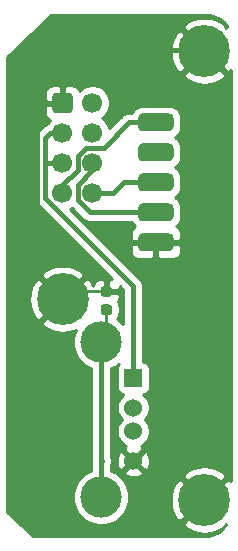
<source format=gtl>
%TF.GenerationSoftware,KiCad,Pcbnew,(5.1.8)-1*%
%TF.CreationDate,2021-04-24T14:29:12+03:00*%
%TF.ProjectId,lcd_pcb,6c63645f-7063-4622-9e6b-696361645f70,rev?*%
%TF.SameCoordinates,Original*%
%TF.FileFunction,Copper,L1,Top*%
%TF.FilePolarity,Positive*%
%FSLAX46Y46*%
G04 Gerber Fmt 4.6, Leading zero omitted, Abs format (unit mm)*
G04 Created by KiCad (PCBNEW (5.1.8)-1) date 2021-04-24 14:29:12*
%MOMM*%
%LPD*%
G01*
G04 APERTURE LIST*
%TA.AperFunction,ComponentPad*%
%ADD10C,1.700000*%
%TD*%
%TA.AperFunction,ComponentPad*%
%ADD11C,0.700000*%
%TD*%
%TA.AperFunction,ComponentPad*%
%ADD12C,4.400000*%
%TD*%
%TA.AperFunction,ComponentPad*%
%ADD13C,3.500000*%
%TD*%
%TA.AperFunction,ComponentPad*%
%ADD14R,1.524000X1.524000*%
%TD*%
%TA.AperFunction,ComponentPad*%
%ADD15C,1.524000*%
%TD*%
%TA.AperFunction,ViaPad*%
%ADD16C,0.800000*%
%TD*%
%TA.AperFunction,Conductor*%
%ADD17C,0.400000*%
%TD*%
%TA.AperFunction,Conductor*%
%ADD18C,0.250000*%
%TD*%
%TA.AperFunction,Conductor*%
%ADD19C,0.254000*%
%TD*%
%TA.AperFunction,Conductor*%
%ADD20C,0.100000*%
%TD*%
G04 APERTURE END LIST*
%TO.P,C1,2*%
%TO.N,GND*%
%TA.AperFunction,SMDPad,CuDef*%
G36*
G01*
X25269000Y-40505500D02*
X24769000Y-40505500D01*
G75*
G02*
X24544000Y-40280500I0J225000D01*
G01*
X24544000Y-39830500D01*
G75*
G02*
X24769000Y-39605500I225000J0D01*
G01*
X25269000Y-39605500D01*
G75*
G02*
X25494000Y-39830500I0J-225000D01*
G01*
X25494000Y-40280500D01*
G75*
G02*
X25269000Y-40505500I-225000J0D01*
G01*
G37*
%TD.AperFunction*%
%TO.P,C1,1*%
%TO.N,Net-(C1-Pad1)*%
%TA.AperFunction,SMDPad,CuDef*%
G36*
G01*
X25269000Y-42055500D02*
X24769000Y-42055500D01*
G75*
G02*
X24544000Y-41830500I0J225000D01*
G01*
X24544000Y-41380500D01*
G75*
G02*
X24769000Y-41155500I225000J0D01*
G01*
X25269000Y-41155500D01*
G75*
G02*
X25494000Y-41380500I0J-225000D01*
G01*
X25494000Y-41830500D01*
G75*
G02*
X25269000Y-42055500I-225000J0D01*
G01*
G37*
%TD.AperFunction*%
%TD*%
%TO.P,J4,1*%
%TO.N,GND*%
%TA.AperFunction,ComponentPad*%
G36*
G01*
X20446000Y-24698000D02*
X20446000Y-23498000D01*
G75*
G02*
X20696000Y-23248000I250000J0D01*
G01*
X21896000Y-23248000D01*
G75*
G02*
X22146000Y-23498000I0J-250000D01*
G01*
X22146000Y-24698000D01*
G75*
G02*
X21896000Y-24948000I-250000J0D01*
G01*
X20696000Y-24948000D01*
G75*
G02*
X20446000Y-24698000I0J250000D01*
G01*
G37*
%TD.AperFunction*%
D10*
%TO.P,J4,3*%
%TO.N,Net-(J1-Pad1)*%
X21296000Y-26638000D03*
%TO.P,J4,5*%
X21296000Y-29178000D03*
%TO.P,J4,7*%
%TO.N,/Res*%
X21296000Y-31718000D03*
%TO.P,J4,2*%
%TO.N,/DP*%
X23836000Y-24098000D03*
%TO.P,J4,4*%
%TO.N,/DM*%
X23836000Y-26638000D03*
%TO.P,J4,6*%
%TO.N,/RX*%
X23836000Y-29178000D03*
%TO.P,J4,8*%
%TO.N,/TX*%
X23836000Y-31718000D03*
%TD*%
%TO.P,J3,5*%
%TO.N,GND*%
%TA.AperFunction,ComponentPad*%
G36*
G01*
X27700000Y-36281000D02*
X27700000Y-35519000D01*
G75*
G02*
X28081000Y-35138000I381000J0D01*
G01*
X30319000Y-35138000D01*
G75*
G02*
X30700000Y-35519000I0J-381000D01*
G01*
X30700000Y-36281000D01*
G75*
G02*
X30319000Y-36662000I-381000J0D01*
G01*
X28081000Y-36662000D01*
G75*
G02*
X27700000Y-36281000I0J381000D01*
G01*
G37*
%TD.AperFunction*%
%TO.P,J3,4*%
%TO.N,/RX*%
%TA.AperFunction,ComponentPad*%
G36*
G01*
X27700000Y-33741000D02*
X27700000Y-32979000D01*
G75*
G02*
X28081000Y-32598000I381000J0D01*
G01*
X30319000Y-32598000D01*
G75*
G02*
X30700000Y-32979000I0J-381000D01*
G01*
X30700000Y-33741000D01*
G75*
G02*
X30319000Y-34122000I-381000J0D01*
G01*
X28081000Y-34122000D01*
G75*
G02*
X27700000Y-33741000I0J381000D01*
G01*
G37*
%TD.AperFunction*%
%TO.P,J3,3*%
%TO.N,/TX*%
%TA.AperFunction,ComponentPad*%
G36*
G01*
X27700000Y-31201000D02*
X27700000Y-30439000D01*
G75*
G02*
X28081000Y-30058000I381000J0D01*
G01*
X30319000Y-30058000D01*
G75*
G02*
X30700000Y-30439000I0J-381000D01*
G01*
X30700000Y-31201000D01*
G75*
G02*
X30319000Y-31582000I-381000J0D01*
G01*
X28081000Y-31582000D01*
G75*
G02*
X27700000Y-31201000I0J381000D01*
G01*
G37*
%TD.AperFunction*%
%TO.P,J3,2*%
%TO.N,Net-(J1-Pad1)*%
%TA.AperFunction,ComponentPad*%
G36*
G01*
X27700000Y-28661000D02*
X27700000Y-27899000D01*
G75*
G02*
X28081000Y-27518000I381000J0D01*
G01*
X30319000Y-27518000D01*
G75*
G02*
X30700000Y-27899000I0J-381000D01*
G01*
X30700000Y-28661000D01*
G75*
G02*
X30319000Y-29042000I-381000J0D01*
G01*
X28081000Y-29042000D01*
G75*
G02*
X27700000Y-28661000I0J381000D01*
G01*
G37*
%TD.AperFunction*%
%TO.P,J3,1*%
%TO.N,/Res*%
%TA.AperFunction,ComponentPad*%
G36*
G01*
X27700000Y-26121000D02*
X27700000Y-25359000D01*
G75*
G02*
X28081000Y-24978000I381000J0D01*
G01*
X30319000Y-24978000D01*
G75*
G02*
X30700000Y-25359000I0J-381000D01*
G01*
X30700000Y-26121000D01*
G75*
G02*
X30319000Y-26502000I-381000J0D01*
G01*
X28081000Y-26502000D01*
G75*
G02*
X27700000Y-26121000I0J381000D01*
G01*
G37*
%TD.AperFunction*%
%TD*%
D11*
%TO.P,J6,1*%
%TO.N,GND*%
X22472725Y-39551274D03*
X21305999Y-39068000D03*
X20139273Y-39551274D03*
X19655999Y-40718000D03*
X20139273Y-41884726D03*
X21305999Y-42368000D03*
X22472725Y-41884726D03*
X22955999Y-40718000D03*
D12*
X21305999Y-40718000D03*
%TD*%
D11*
%TO.P,J5,1*%
%TO.N,GND*%
X34472725Y-56551274D03*
X33305999Y-56068000D03*
X32139273Y-56551274D03*
X31655999Y-57718000D03*
X32139273Y-58884726D03*
X33305999Y-59368000D03*
X34472725Y-58884726D03*
X34955999Y-57718000D03*
D12*
X33305999Y-57718000D03*
%TD*%
D11*
%TO.P,J2,1*%
%TO.N,GND*%
X34472725Y-18551274D03*
X33305999Y-18068000D03*
X32139273Y-18551274D03*
X31655999Y-19718000D03*
X32139273Y-20884726D03*
X33305999Y-21368000D03*
X34472725Y-20884726D03*
X34955999Y-19718000D03*
D12*
X33305999Y-19718000D03*
%TD*%
D13*
%TO.P,J1,5*%
%TO.N,Net-(C1-Pad1)*%
X24586000Y-57458000D03*
X24586000Y-44318000D03*
D14*
%TO.P,J1,1*%
%TO.N,Net-(J1-Pad1)*%
X27296000Y-47388000D03*
D15*
%TO.P,J1,2*%
%TO.N,/DM*%
X27296000Y-49888000D03*
%TO.P,J1,3*%
%TO.N,/DP*%
X27296000Y-51888000D03*
%TO.P,J1,4*%
%TO.N,GND*%
X27296000Y-54388000D03*
%TD*%
D16*
%TO.N,GND*%
X24162000Y-34868000D03*
X34576000Y-23438000D03*
X31020000Y-23438000D03*
X28480000Y-21152000D03*
X25686000Y-18866000D03*
X18320000Y-50616000D03*
X23146000Y-50616000D03*
X19844000Y-58236000D03*
X28988000Y-59760000D03*
X33306000Y-53156000D03*
X33306000Y-47568000D03*
X33560000Y-41726000D03*
X21622000Y-19628000D03*
X32400000Y-26900000D03*
X32400000Y-29500000D03*
X32400000Y-32000000D03*
X32400000Y-34500000D03*
X32400000Y-37400000D03*
X17300000Y-36400000D03*
X17400000Y-29600000D03*
X17300000Y-21900000D03*
%TD*%
D17*
%TO.N,GND*%
X21305999Y-41037999D02*
X21305999Y-40718000D01*
X21305999Y-40718000D02*
X19106000Y-38518001D01*
X19106000Y-22144000D02*
X21622000Y-19628000D01*
X31720021Y-19628000D02*
X31717137Y-19631461D01*
X21622000Y-19628000D02*
X31720021Y-19628000D01*
X19106000Y-23970000D02*
X19106000Y-22144000D01*
X19106000Y-38518001D02*
X19106000Y-23970000D01*
%TO.N,Net-(C1-Pad1)*%
X24586000Y-54596000D02*
X24586000Y-44318000D01*
X24586000Y-57458000D02*
X24586000Y-54596000D01*
X24586000Y-54342000D02*
X24586000Y-54596000D01*
X24632000Y-54388000D02*
X24586000Y-54342000D01*
%TO.N,GND*%
X33045999Y-57458000D02*
X33305999Y-57718000D01*
X21622000Y-19628000D02*
X21622000Y-19628000D01*
X19234000Y-24098000D02*
X19106000Y-23970000D01*
X21296000Y-24098000D02*
X19234000Y-24098000D01*
D18*
X21968499Y-40055500D02*
X21305999Y-40718000D01*
X24574500Y-40055500D02*
X21968499Y-40055500D01*
D17*
%TO.N,Net-(J1-Pad1)*%
X21470000Y-29178000D02*
X21368000Y-29280000D01*
X19800000Y-29178000D02*
X21296000Y-29178000D01*
X19800000Y-29178000D02*
X19800000Y-27100000D01*
X20262000Y-26638000D02*
X21296000Y-26638000D01*
X19800000Y-27100000D02*
X20262000Y-26638000D01*
X27296000Y-39615000D02*
X19800000Y-32119000D01*
X19800000Y-32119000D02*
X19800000Y-29178000D01*
X27296000Y-47388000D02*
X27296000Y-39615000D01*
%TO.N,/RX*%
X23836000Y-29764000D02*
X23836000Y-29178000D01*
X22585999Y-31014001D02*
X23836000Y-29764000D01*
X22585999Y-32318001D02*
X22585999Y-31014001D01*
X23611998Y-33344000D02*
X22585999Y-32318001D01*
X29200000Y-33360000D02*
X23611998Y-33344000D01*
%TO.N,/TX*%
X25582000Y-31718000D02*
X23836000Y-31718000D01*
X26480000Y-30820000D02*
X25582000Y-31718000D01*
X29200000Y-30820000D02*
X26480000Y-30820000D01*
%TO.N,/Res*%
X26960000Y-25740000D02*
X29200000Y-25740000D01*
X23275997Y-27888001D02*
X24811999Y-27888001D01*
X22585999Y-28577999D02*
X23275997Y-27888001D01*
X24811999Y-27888001D02*
X26960000Y-25740000D01*
X22585999Y-29738003D02*
X22585999Y-28577999D01*
X21296000Y-31028002D02*
X22585999Y-29738003D01*
X21296000Y-31718000D02*
X21296000Y-31028002D01*
D18*
%TO.N,Net-(C1-Pad1)*%
X25019000Y-43885000D02*
X24586000Y-44318000D01*
X25019000Y-41605500D02*
X25019000Y-43885000D01*
%TD*%
D19*
%TO.N,GND*%
X33824708Y-16655047D02*
X34233249Y-16778393D01*
X34610044Y-16978738D01*
X34940749Y-17248456D01*
X35212769Y-17577272D01*
X35235927Y-17620102D01*
X35230108Y-17614283D01*
X35116168Y-17728223D01*
X34876023Y-17340982D01*
X34382122Y-17080359D01*
X33846866Y-16921099D01*
X33290825Y-16869322D01*
X32735367Y-16927019D01*
X32201838Y-17091972D01*
X31735975Y-17340982D01*
X31495829Y-17728225D01*
X32108027Y-18340423D01*
X31928422Y-18520028D01*
X31316224Y-17907830D01*
X30928981Y-18147976D01*
X30668358Y-18641877D01*
X30509098Y-19177133D01*
X30457321Y-19733174D01*
X30515018Y-20288632D01*
X30679971Y-20822161D01*
X30928981Y-21288024D01*
X31316224Y-21528170D01*
X31928422Y-20915972D01*
X32108027Y-21095577D01*
X31495829Y-21707775D01*
X31735975Y-22095018D01*
X32229876Y-22355641D01*
X32765132Y-22514901D01*
X33321173Y-22566678D01*
X33876631Y-22508981D01*
X34410160Y-22344028D01*
X34876023Y-22095018D01*
X35116169Y-21707775D01*
X34503971Y-21095577D01*
X34683576Y-20915972D01*
X35295774Y-21528170D01*
X35590001Y-21345707D01*
X35590000Y-56090292D01*
X35295774Y-55907830D01*
X33485604Y-57718000D01*
X33499747Y-57732143D01*
X33320142Y-57911748D01*
X33305999Y-57897605D01*
X31495829Y-59707775D01*
X31735975Y-60095018D01*
X32229876Y-60355641D01*
X32765132Y-60514901D01*
X33321173Y-60566678D01*
X33876631Y-60508981D01*
X34410160Y-60344028D01*
X34876023Y-60095018D01*
X35116168Y-59707777D01*
X35161463Y-59753072D01*
X34893459Y-60081676D01*
X34534564Y-60378579D01*
X34124845Y-60600113D01*
X33679894Y-60737849D01*
X33183705Y-60790000D01*
X18784958Y-60790000D01*
X16615999Y-58714691D01*
X16615999Y-40733174D01*
X18457321Y-40733174D01*
X18515018Y-41288632D01*
X18679971Y-41822161D01*
X18928981Y-42288024D01*
X19316224Y-42528170D01*
X21126394Y-40718000D01*
X19316224Y-38907830D01*
X18928981Y-39147976D01*
X18668358Y-39641877D01*
X18509098Y-40177133D01*
X18457321Y-40733174D01*
X16615999Y-40733174D01*
X16615999Y-38728225D01*
X19495829Y-38728225D01*
X21305999Y-40538395D01*
X23116169Y-38728225D01*
X22876023Y-38340982D01*
X22382122Y-38080359D01*
X21846866Y-37921099D01*
X21290825Y-37869322D01*
X20735367Y-37927019D01*
X20201838Y-38091972D01*
X19735975Y-38340982D01*
X19495829Y-38728225D01*
X16615999Y-38728225D01*
X16615999Y-27100000D01*
X18960960Y-27100000D01*
X18965001Y-27141028D01*
X18965000Y-29136981D01*
X18960960Y-29178000D01*
X18965001Y-29219029D01*
X18965000Y-32077981D01*
X18960960Y-32119000D01*
X18965000Y-32160018D01*
X18977082Y-32282688D01*
X19024828Y-32440086D01*
X19102364Y-32585145D01*
X19206709Y-32712291D01*
X19238579Y-32738446D01*
X25467982Y-38967850D01*
X25304750Y-38970500D01*
X25146000Y-39129250D01*
X25146000Y-39928500D01*
X25970250Y-39928500D01*
X26129000Y-39769750D01*
X26131587Y-39631455D01*
X26461001Y-39960870D01*
X26461001Y-42831251D01*
X26438550Y-42797651D01*
X26106349Y-42465450D01*
X25946627Y-42358727D01*
X25986618Y-42309997D01*
X26066375Y-42160783D01*
X26115488Y-41998877D01*
X26132072Y-41830500D01*
X26132072Y-41380500D01*
X26115488Y-41212123D01*
X26066375Y-41050217D01*
X25988300Y-40904149D01*
X26024537Y-40859994D01*
X26083502Y-40749680D01*
X26119812Y-40629982D01*
X26132072Y-40505500D01*
X26129000Y-40341250D01*
X25970250Y-40182500D01*
X25146000Y-40182500D01*
X25146000Y-40202500D01*
X24892000Y-40202500D01*
X24892000Y-40182500D01*
X24872000Y-40182500D01*
X24872000Y-39928500D01*
X24892000Y-39928500D01*
X24892000Y-39129250D01*
X24733250Y-38970500D01*
X24544000Y-38967428D01*
X24419518Y-38979688D01*
X24299820Y-39015998D01*
X24189506Y-39074963D01*
X24092815Y-39154315D01*
X24013463Y-39251006D01*
X23954498Y-39361320D01*
X23918188Y-39481018D01*
X23909295Y-39571311D01*
X23683017Y-39147976D01*
X23295774Y-38907830D01*
X21485604Y-40718000D01*
X21499747Y-40732143D01*
X21320142Y-40911748D01*
X21305999Y-40897605D01*
X19495829Y-42707775D01*
X19735975Y-43095018D01*
X20229876Y-43355641D01*
X20765132Y-43514901D01*
X21321173Y-43566678D01*
X21876631Y-43508981D01*
X22407599Y-43344820D01*
X22292654Y-43622321D01*
X22201000Y-44083098D01*
X22201000Y-44552902D01*
X22292654Y-45013679D01*
X22472440Y-45447721D01*
X22733450Y-45838349D01*
X23065651Y-46170550D01*
X23456279Y-46431560D01*
X23751001Y-46553638D01*
X23751000Y-54300981D01*
X23746960Y-54342000D01*
X23751000Y-54383018D01*
X23751000Y-54637019D01*
X23751001Y-54637029D01*
X23751001Y-55222362D01*
X23456279Y-55344440D01*
X23065651Y-55605450D01*
X22733450Y-55937651D01*
X22472440Y-56328279D01*
X22292654Y-56762321D01*
X22201000Y-57223098D01*
X22201000Y-57692902D01*
X22292654Y-58153679D01*
X22472440Y-58587721D01*
X22733450Y-58978349D01*
X23065651Y-59310550D01*
X23456279Y-59571560D01*
X23890321Y-59751346D01*
X24351098Y-59843000D01*
X24820902Y-59843000D01*
X25281679Y-59751346D01*
X25715721Y-59571560D01*
X26106349Y-59310550D01*
X26438550Y-58978349D01*
X26699560Y-58587721D01*
X26879346Y-58153679D01*
X26962989Y-57733174D01*
X30457321Y-57733174D01*
X30515018Y-58288632D01*
X30679971Y-58822161D01*
X30928981Y-59288024D01*
X31316224Y-59528170D01*
X33126394Y-57718000D01*
X31316224Y-55907830D01*
X30928981Y-56147976D01*
X30668358Y-56641877D01*
X30509098Y-57177133D01*
X30457321Y-57733174D01*
X26962989Y-57733174D01*
X26971000Y-57692902D01*
X26971000Y-57223098D01*
X26879346Y-56762321D01*
X26699560Y-56328279D01*
X26438550Y-55937651D01*
X26106349Y-55605450D01*
X25729378Y-55353565D01*
X26510040Y-55353565D01*
X26577020Y-55593656D01*
X26826048Y-55710756D01*
X27093135Y-55777023D01*
X27368017Y-55789910D01*
X27640133Y-55748922D01*
X27697571Y-55728225D01*
X31495829Y-55728225D01*
X33305999Y-57538395D01*
X35116169Y-55728225D01*
X34876023Y-55340982D01*
X34382122Y-55080359D01*
X33846866Y-54921099D01*
X33290825Y-54869322D01*
X32735367Y-54927019D01*
X32201838Y-55091972D01*
X31735975Y-55340982D01*
X31495829Y-55728225D01*
X27697571Y-55728225D01*
X27899023Y-55655636D01*
X28014980Y-55593656D01*
X28081960Y-55353565D01*
X27296000Y-54567605D01*
X26510040Y-55353565D01*
X25729378Y-55353565D01*
X25715721Y-55344440D01*
X25421000Y-55222363D01*
X25421000Y-54663501D01*
X25454918Y-54551688D01*
X25463946Y-54460017D01*
X25894090Y-54460017D01*
X25935078Y-54732133D01*
X26028364Y-54991023D01*
X26090344Y-55106980D01*
X26330435Y-55173960D01*
X27116395Y-54388000D01*
X27475605Y-54388000D01*
X28261565Y-55173960D01*
X28501656Y-55106980D01*
X28618756Y-54857952D01*
X28685023Y-54590865D01*
X28697910Y-54315983D01*
X28656922Y-54043867D01*
X28563636Y-53784977D01*
X28501656Y-53669020D01*
X28261565Y-53602040D01*
X27475605Y-54388000D01*
X27116395Y-54388000D01*
X26330435Y-53602040D01*
X26090344Y-53669020D01*
X25973244Y-53918048D01*
X25906977Y-54185135D01*
X25894090Y-54460017D01*
X25463946Y-54460017D01*
X25471040Y-54388000D01*
X25454918Y-54224312D01*
X25421000Y-54112499D01*
X25421000Y-46553637D01*
X25715721Y-46431560D01*
X26061991Y-46200189D01*
X26003463Y-46271506D01*
X25944498Y-46381820D01*
X25908188Y-46501518D01*
X25895928Y-46626000D01*
X25895928Y-48150000D01*
X25908188Y-48274482D01*
X25944498Y-48394180D01*
X26003463Y-48504494D01*
X26082815Y-48601185D01*
X26179506Y-48680537D01*
X26289820Y-48739502D01*
X26409518Y-48775812D01*
X26441292Y-48778941D01*
X26405465Y-48802880D01*
X26210880Y-48997465D01*
X26057995Y-49226273D01*
X25952686Y-49480510D01*
X25899000Y-49750408D01*
X25899000Y-50025592D01*
X25952686Y-50295490D01*
X26057995Y-50549727D01*
X26210880Y-50778535D01*
X26320345Y-50888000D01*
X26210880Y-50997465D01*
X26057995Y-51226273D01*
X25952686Y-51480510D01*
X25899000Y-51750408D01*
X25899000Y-52025592D01*
X25952686Y-52295490D01*
X26057995Y-52549727D01*
X26210880Y-52778535D01*
X26405465Y-52973120D01*
X26634273Y-53126005D01*
X26661401Y-53137242D01*
X26577020Y-53182344D01*
X26510040Y-53422435D01*
X27296000Y-54208395D01*
X28081960Y-53422435D01*
X28014980Y-53182344D01*
X27924467Y-53139782D01*
X27957727Y-53126005D01*
X28186535Y-52973120D01*
X28381120Y-52778535D01*
X28534005Y-52549727D01*
X28639314Y-52295490D01*
X28693000Y-52025592D01*
X28693000Y-51750408D01*
X28639314Y-51480510D01*
X28534005Y-51226273D01*
X28381120Y-50997465D01*
X28271655Y-50888000D01*
X28381120Y-50778535D01*
X28534005Y-50549727D01*
X28639314Y-50295490D01*
X28693000Y-50025592D01*
X28693000Y-49750408D01*
X28639314Y-49480510D01*
X28534005Y-49226273D01*
X28381120Y-48997465D01*
X28186535Y-48802880D01*
X28150708Y-48778941D01*
X28182482Y-48775812D01*
X28302180Y-48739502D01*
X28412494Y-48680537D01*
X28509185Y-48601185D01*
X28588537Y-48504494D01*
X28647502Y-48394180D01*
X28683812Y-48274482D01*
X28696072Y-48150000D01*
X28696072Y-46626000D01*
X28683812Y-46501518D01*
X28647502Y-46381820D01*
X28588537Y-46271506D01*
X28509185Y-46174815D01*
X28412494Y-46095463D01*
X28302180Y-46036498D01*
X28182482Y-46000188D01*
X28131000Y-45995118D01*
X28131000Y-39656018D01*
X28135040Y-39615000D01*
X28118918Y-39451311D01*
X28071172Y-39293913D01*
X27993636Y-39148854D01*
X27915439Y-39053570D01*
X27915437Y-39053568D01*
X27889291Y-39021709D01*
X27857432Y-38995563D01*
X25523869Y-36662000D01*
X27061928Y-36662000D01*
X27074188Y-36786482D01*
X27110498Y-36906180D01*
X27169463Y-37016494D01*
X27248815Y-37113185D01*
X27345506Y-37192537D01*
X27455820Y-37251502D01*
X27575518Y-37287812D01*
X27700000Y-37300072D01*
X28914250Y-37297000D01*
X29073000Y-37138250D01*
X29073000Y-36027000D01*
X29327000Y-36027000D01*
X29327000Y-37138250D01*
X29485750Y-37297000D01*
X30700000Y-37300072D01*
X30824482Y-37287812D01*
X30944180Y-37251502D01*
X31054494Y-37192537D01*
X31151185Y-37113185D01*
X31230537Y-37016494D01*
X31289502Y-36906180D01*
X31325812Y-36786482D01*
X31338072Y-36662000D01*
X31335000Y-36185750D01*
X31176250Y-36027000D01*
X29327000Y-36027000D01*
X29073000Y-36027000D01*
X27223750Y-36027000D01*
X27065000Y-36185750D01*
X27061928Y-36662000D01*
X25523869Y-36662000D01*
X21926187Y-33064320D01*
X21999411Y-33033990D01*
X22072371Y-32985240D01*
X22991719Y-33904590D01*
X23017011Y-33935589D01*
X23049712Y-33962583D01*
X23050568Y-33963439D01*
X23081623Y-33988925D01*
X23143857Y-34040298D01*
X23144916Y-34040868D01*
X23145852Y-34041636D01*
X23217508Y-34079937D01*
X23288693Y-34118249D01*
X23289844Y-34118602D01*
X23290911Y-34119172D01*
X23368683Y-34142764D01*
X23445954Y-34166445D01*
X23447151Y-34166566D01*
X23448310Y-34166918D01*
X23529097Y-34174875D01*
X23568589Y-34178879D01*
X23569786Y-34178882D01*
X23611998Y-34183040D01*
X23651825Y-34179117D01*
X27170614Y-34189193D01*
X27233673Y-34307166D01*
X27360407Y-34461593D01*
X27463473Y-34546176D01*
X27455820Y-34548498D01*
X27345506Y-34607463D01*
X27248815Y-34686815D01*
X27169463Y-34783506D01*
X27110498Y-34893820D01*
X27074188Y-35013518D01*
X27061928Y-35138000D01*
X27065000Y-35614250D01*
X27223750Y-35773000D01*
X29073000Y-35773000D01*
X29073000Y-35753000D01*
X29327000Y-35753000D01*
X29327000Y-35773000D01*
X31176250Y-35773000D01*
X31335000Y-35614250D01*
X31338072Y-35138000D01*
X31325812Y-35013518D01*
X31289502Y-34893820D01*
X31230537Y-34783506D01*
X31151185Y-34686815D01*
X31054494Y-34607463D01*
X30944180Y-34548498D01*
X30936527Y-34546176D01*
X31039593Y-34461593D01*
X31166327Y-34307166D01*
X31260500Y-34130982D01*
X31318491Y-33939811D01*
X31338072Y-33741000D01*
X31338072Y-32979000D01*
X31318491Y-32780189D01*
X31260500Y-32589018D01*
X31166327Y-32412834D01*
X31039593Y-32258407D01*
X30885166Y-32131673D01*
X30807202Y-32090000D01*
X30885166Y-32048327D01*
X31039593Y-31921593D01*
X31166327Y-31767166D01*
X31260500Y-31590982D01*
X31318491Y-31399811D01*
X31338072Y-31201000D01*
X31338072Y-30439000D01*
X31318491Y-30240189D01*
X31260500Y-30049018D01*
X31166327Y-29872834D01*
X31039593Y-29718407D01*
X30885166Y-29591673D01*
X30807202Y-29550000D01*
X30885166Y-29508327D01*
X31039593Y-29381593D01*
X31166327Y-29227166D01*
X31260500Y-29050982D01*
X31318491Y-28859811D01*
X31338072Y-28661000D01*
X31338072Y-27899000D01*
X31318491Y-27700189D01*
X31260500Y-27509018D01*
X31166327Y-27332834D01*
X31039593Y-27178407D01*
X30885166Y-27051673D01*
X30807202Y-27010000D01*
X30885166Y-26968327D01*
X31039593Y-26841593D01*
X31166327Y-26687166D01*
X31260500Y-26510982D01*
X31318491Y-26319811D01*
X31338072Y-26121000D01*
X31338072Y-25359000D01*
X31318491Y-25160189D01*
X31260500Y-24969018D01*
X31166327Y-24792834D01*
X31039593Y-24638407D01*
X30885166Y-24511673D01*
X30708982Y-24417500D01*
X30517811Y-24359509D01*
X30319000Y-24339928D01*
X28081000Y-24339928D01*
X27882189Y-24359509D01*
X27691018Y-24417500D01*
X27514834Y-24511673D01*
X27360407Y-24638407D01*
X27233673Y-24792834D01*
X27173719Y-24905000D01*
X27001018Y-24905000D01*
X26959999Y-24900960D01*
X26918981Y-24905000D01*
X26796311Y-24917082D01*
X26638913Y-24964828D01*
X26493854Y-25042364D01*
X26366709Y-25146709D01*
X26340559Y-25178573D01*
X25272287Y-26246845D01*
X25263932Y-26204842D01*
X25151990Y-25934589D01*
X24989475Y-25691368D01*
X24782632Y-25484525D01*
X24608240Y-25368000D01*
X24782632Y-25251475D01*
X24989475Y-25044632D01*
X25151990Y-24801411D01*
X25263932Y-24531158D01*
X25321000Y-24244260D01*
X25321000Y-23951740D01*
X25263932Y-23664842D01*
X25151990Y-23394589D01*
X24989475Y-23151368D01*
X24782632Y-22944525D01*
X24539411Y-22782010D01*
X24269158Y-22670068D01*
X23982260Y-22613000D01*
X23689740Y-22613000D01*
X23402842Y-22670068D01*
X23132589Y-22782010D01*
X22889368Y-22944525D01*
X22757513Y-23076380D01*
X22735502Y-23003820D01*
X22676537Y-22893506D01*
X22597185Y-22796815D01*
X22500494Y-22717463D01*
X22390180Y-22658498D01*
X22270482Y-22622188D01*
X22146000Y-22609928D01*
X21581750Y-22613000D01*
X21423000Y-22771750D01*
X21423000Y-23971000D01*
X21443000Y-23971000D01*
X21443000Y-24225000D01*
X21423000Y-24225000D01*
X21423000Y-24245000D01*
X21169000Y-24245000D01*
X21169000Y-24225000D01*
X19969750Y-24225000D01*
X19811000Y-24383750D01*
X19807928Y-24948000D01*
X19820188Y-25072482D01*
X19856498Y-25192180D01*
X19915463Y-25302494D01*
X19994815Y-25399185D01*
X20091506Y-25478537D01*
X20201820Y-25537502D01*
X20274380Y-25559513D01*
X20142525Y-25691368D01*
X20050088Y-25829710D01*
X19940913Y-25862828D01*
X19795854Y-25940364D01*
X19668709Y-26044709D01*
X19642558Y-26076574D01*
X19238574Y-26480559D01*
X19206710Y-26506709D01*
X19180562Y-26538571D01*
X19102364Y-26633855D01*
X19024828Y-26778914D01*
X18977082Y-26936312D01*
X18960960Y-27100000D01*
X16615999Y-27100000D01*
X16615999Y-23248000D01*
X19807928Y-23248000D01*
X19811000Y-23812250D01*
X19969750Y-23971000D01*
X21169000Y-23971000D01*
X21169000Y-22771750D01*
X21010250Y-22613000D01*
X20446000Y-22609928D01*
X20321518Y-22622188D01*
X20201820Y-22658498D01*
X20091506Y-22717463D01*
X19994815Y-22796815D01*
X19915463Y-22893506D01*
X19856498Y-23003820D01*
X19820188Y-23123518D01*
X19807928Y-23248000D01*
X16615999Y-23248000D01*
X16615999Y-20215994D01*
X20290203Y-16610000D01*
X33365280Y-16610000D01*
X33824708Y-16655047D01*
%TA.AperFunction,Conductor*%
D20*
G36*
X33824708Y-16655047D02*
G01*
X34233249Y-16778393D01*
X34610044Y-16978738D01*
X34940749Y-17248456D01*
X35212769Y-17577272D01*
X35235927Y-17620102D01*
X35230108Y-17614283D01*
X35116168Y-17728223D01*
X34876023Y-17340982D01*
X34382122Y-17080359D01*
X33846866Y-16921099D01*
X33290825Y-16869322D01*
X32735367Y-16927019D01*
X32201838Y-17091972D01*
X31735975Y-17340982D01*
X31495829Y-17728225D01*
X32108027Y-18340423D01*
X31928422Y-18520028D01*
X31316224Y-17907830D01*
X30928981Y-18147976D01*
X30668358Y-18641877D01*
X30509098Y-19177133D01*
X30457321Y-19733174D01*
X30515018Y-20288632D01*
X30679971Y-20822161D01*
X30928981Y-21288024D01*
X31316224Y-21528170D01*
X31928422Y-20915972D01*
X32108027Y-21095577D01*
X31495829Y-21707775D01*
X31735975Y-22095018D01*
X32229876Y-22355641D01*
X32765132Y-22514901D01*
X33321173Y-22566678D01*
X33876631Y-22508981D01*
X34410160Y-22344028D01*
X34876023Y-22095018D01*
X35116169Y-21707775D01*
X34503971Y-21095577D01*
X34683576Y-20915972D01*
X35295774Y-21528170D01*
X35590001Y-21345707D01*
X35590000Y-56090292D01*
X35295774Y-55907830D01*
X33485604Y-57718000D01*
X33499747Y-57732143D01*
X33320142Y-57911748D01*
X33305999Y-57897605D01*
X31495829Y-59707775D01*
X31735975Y-60095018D01*
X32229876Y-60355641D01*
X32765132Y-60514901D01*
X33321173Y-60566678D01*
X33876631Y-60508981D01*
X34410160Y-60344028D01*
X34876023Y-60095018D01*
X35116168Y-59707777D01*
X35161463Y-59753072D01*
X34893459Y-60081676D01*
X34534564Y-60378579D01*
X34124845Y-60600113D01*
X33679894Y-60737849D01*
X33183705Y-60790000D01*
X18784958Y-60790000D01*
X16615999Y-58714691D01*
X16615999Y-40733174D01*
X18457321Y-40733174D01*
X18515018Y-41288632D01*
X18679971Y-41822161D01*
X18928981Y-42288024D01*
X19316224Y-42528170D01*
X21126394Y-40718000D01*
X19316224Y-38907830D01*
X18928981Y-39147976D01*
X18668358Y-39641877D01*
X18509098Y-40177133D01*
X18457321Y-40733174D01*
X16615999Y-40733174D01*
X16615999Y-38728225D01*
X19495829Y-38728225D01*
X21305999Y-40538395D01*
X23116169Y-38728225D01*
X22876023Y-38340982D01*
X22382122Y-38080359D01*
X21846866Y-37921099D01*
X21290825Y-37869322D01*
X20735367Y-37927019D01*
X20201838Y-38091972D01*
X19735975Y-38340982D01*
X19495829Y-38728225D01*
X16615999Y-38728225D01*
X16615999Y-27100000D01*
X18960960Y-27100000D01*
X18965001Y-27141028D01*
X18965000Y-29136981D01*
X18960960Y-29178000D01*
X18965001Y-29219029D01*
X18965000Y-32077981D01*
X18960960Y-32119000D01*
X18965000Y-32160018D01*
X18977082Y-32282688D01*
X19024828Y-32440086D01*
X19102364Y-32585145D01*
X19206709Y-32712291D01*
X19238579Y-32738446D01*
X25467982Y-38967850D01*
X25304750Y-38970500D01*
X25146000Y-39129250D01*
X25146000Y-39928500D01*
X25970250Y-39928500D01*
X26129000Y-39769750D01*
X26131587Y-39631455D01*
X26461001Y-39960870D01*
X26461001Y-42831251D01*
X26438550Y-42797651D01*
X26106349Y-42465450D01*
X25946627Y-42358727D01*
X25986618Y-42309997D01*
X26066375Y-42160783D01*
X26115488Y-41998877D01*
X26132072Y-41830500D01*
X26132072Y-41380500D01*
X26115488Y-41212123D01*
X26066375Y-41050217D01*
X25988300Y-40904149D01*
X26024537Y-40859994D01*
X26083502Y-40749680D01*
X26119812Y-40629982D01*
X26132072Y-40505500D01*
X26129000Y-40341250D01*
X25970250Y-40182500D01*
X25146000Y-40182500D01*
X25146000Y-40202500D01*
X24892000Y-40202500D01*
X24892000Y-40182500D01*
X24872000Y-40182500D01*
X24872000Y-39928500D01*
X24892000Y-39928500D01*
X24892000Y-39129250D01*
X24733250Y-38970500D01*
X24544000Y-38967428D01*
X24419518Y-38979688D01*
X24299820Y-39015998D01*
X24189506Y-39074963D01*
X24092815Y-39154315D01*
X24013463Y-39251006D01*
X23954498Y-39361320D01*
X23918188Y-39481018D01*
X23909295Y-39571311D01*
X23683017Y-39147976D01*
X23295774Y-38907830D01*
X21485604Y-40718000D01*
X21499747Y-40732143D01*
X21320142Y-40911748D01*
X21305999Y-40897605D01*
X19495829Y-42707775D01*
X19735975Y-43095018D01*
X20229876Y-43355641D01*
X20765132Y-43514901D01*
X21321173Y-43566678D01*
X21876631Y-43508981D01*
X22407599Y-43344820D01*
X22292654Y-43622321D01*
X22201000Y-44083098D01*
X22201000Y-44552902D01*
X22292654Y-45013679D01*
X22472440Y-45447721D01*
X22733450Y-45838349D01*
X23065651Y-46170550D01*
X23456279Y-46431560D01*
X23751001Y-46553638D01*
X23751000Y-54300981D01*
X23746960Y-54342000D01*
X23751000Y-54383018D01*
X23751000Y-54637019D01*
X23751001Y-54637029D01*
X23751001Y-55222362D01*
X23456279Y-55344440D01*
X23065651Y-55605450D01*
X22733450Y-55937651D01*
X22472440Y-56328279D01*
X22292654Y-56762321D01*
X22201000Y-57223098D01*
X22201000Y-57692902D01*
X22292654Y-58153679D01*
X22472440Y-58587721D01*
X22733450Y-58978349D01*
X23065651Y-59310550D01*
X23456279Y-59571560D01*
X23890321Y-59751346D01*
X24351098Y-59843000D01*
X24820902Y-59843000D01*
X25281679Y-59751346D01*
X25715721Y-59571560D01*
X26106349Y-59310550D01*
X26438550Y-58978349D01*
X26699560Y-58587721D01*
X26879346Y-58153679D01*
X26962989Y-57733174D01*
X30457321Y-57733174D01*
X30515018Y-58288632D01*
X30679971Y-58822161D01*
X30928981Y-59288024D01*
X31316224Y-59528170D01*
X33126394Y-57718000D01*
X31316224Y-55907830D01*
X30928981Y-56147976D01*
X30668358Y-56641877D01*
X30509098Y-57177133D01*
X30457321Y-57733174D01*
X26962989Y-57733174D01*
X26971000Y-57692902D01*
X26971000Y-57223098D01*
X26879346Y-56762321D01*
X26699560Y-56328279D01*
X26438550Y-55937651D01*
X26106349Y-55605450D01*
X25729378Y-55353565D01*
X26510040Y-55353565D01*
X26577020Y-55593656D01*
X26826048Y-55710756D01*
X27093135Y-55777023D01*
X27368017Y-55789910D01*
X27640133Y-55748922D01*
X27697571Y-55728225D01*
X31495829Y-55728225D01*
X33305999Y-57538395D01*
X35116169Y-55728225D01*
X34876023Y-55340982D01*
X34382122Y-55080359D01*
X33846866Y-54921099D01*
X33290825Y-54869322D01*
X32735367Y-54927019D01*
X32201838Y-55091972D01*
X31735975Y-55340982D01*
X31495829Y-55728225D01*
X27697571Y-55728225D01*
X27899023Y-55655636D01*
X28014980Y-55593656D01*
X28081960Y-55353565D01*
X27296000Y-54567605D01*
X26510040Y-55353565D01*
X25729378Y-55353565D01*
X25715721Y-55344440D01*
X25421000Y-55222363D01*
X25421000Y-54663501D01*
X25454918Y-54551688D01*
X25463946Y-54460017D01*
X25894090Y-54460017D01*
X25935078Y-54732133D01*
X26028364Y-54991023D01*
X26090344Y-55106980D01*
X26330435Y-55173960D01*
X27116395Y-54388000D01*
X27475605Y-54388000D01*
X28261565Y-55173960D01*
X28501656Y-55106980D01*
X28618756Y-54857952D01*
X28685023Y-54590865D01*
X28697910Y-54315983D01*
X28656922Y-54043867D01*
X28563636Y-53784977D01*
X28501656Y-53669020D01*
X28261565Y-53602040D01*
X27475605Y-54388000D01*
X27116395Y-54388000D01*
X26330435Y-53602040D01*
X26090344Y-53669020D01*
X25973244Y-53918048D01*
X25906977Y-54185135D01*
X25894090Y-54460017D01*
X25463946Y-54460017D01*
X25471040Y-54388000D01*
X25454918Y-54224312D01*
X25421000Y-54112499D01*
X25421000Y-46553637D01*
X25715721Y-46431560D01*
X26061991Y-46200189D01*
X26003463Y-46271506D01*
X25944498Y-46381820D01*
X25908188Y-46501518D01*
X25895928Y-46626000D01*
X25895928Y-48150000D01*
X25908188Y-48274482D01*
X25944498Y-48394180D01*
X26003463Y-48504494D01*
X26082815Y-48601185D01*
X26179506Y-48680537D01*
X26289820Y-48739502D01*
X26409518Y-48775812D01*
X26441292Y-48778941D01*
X26405465Y-48802880D01*
X26210880Y-48997465D01*
X26057995Y-49226273D01*
X25952686Y-49480510D01*
X25899000Y-49750408D01*
X25899000Y-50025592D01*
X25952686Y-50295490D01*
X26057995Y-50549727D01*
X26210880Y-50778535D01*
X26320345Y-50888000D01*
X26210880Y-50997465D01*
X26057995Y-51226273D01*
X25952686Y-51480510D01*
X25899000Y-51750408D01*
X25899000Y-52025592D01*
X25952686Y-52295490D01*
X26057995Y-52549727D01*
X26210880Y-52778535D01*
X26405465Y-52973120D01*
X26634273Y-53126005D01*
X26661401Y-53137242D01*
X26577020Y-53182344D01*
X26510040Y-53422435D01*
X27296000Y-54208395D01*
X28081960Y-53422435D01*
X28014980Y-53182344D01*
X27924467Y-53139782D01*
X27957727Y-53126005D01*
X28186535Y-52973120D01*
X28381120Y-52778535D01*
X28534005Y-52549727D01*
X28639314Y-52295490D01*
X28693000Y-52025592D01*
X28693000Y-51750408D01*
X28639314Y-51480510D01*
X28534005Y-51226273D01*
X28381120Y-50997465D01*
X28271655Y-50888000D01*
X28381120Y-50778535D01*
X28534005Y-50549727D01*
X28639314Y-50295490D01*
X28693000Y-50025592D01*
X28693000Y-49750408D01*
X28639314Y-49480510D01*
X28534005Y-49226273D01*
X28381120Y-48997465D01*
X28186535Y-48802880D01*
X28150708Y-48778941D01*
X28182482Y-48775812D01*
X28302180Y-48739502D01*
X28412494Y-48680537D01*
X28509185Y-48601185D01*
X28588537Y-48504494D01*
X28647502Y-48394180D01*
X28683812Y-48274482D01*
X28696072Y-48150000D01*
X28696072Y-46626000D01*
X28683812Y-46501518D01*
X28647502Y-46381820D01*
X28588537Y-46271506D01*
X28509185Y-46174815D01*
X28412494Y-46095463D01*
X28302180Y-46036498D01*
X28182482Y-46000188D01*
X28131000Y-45995118D01*
X28131000Y-39656018D01*
X28135040Y-39615000D01*
X28118918Y-39451311D01*
X28071172Y-39293913D01*
X27993636Y-39148854D01*
X27915439Y-39053570D01*
X27915437Y-39053568D01*
X27889291Y-39021709D01*
X27857432Y-38995563D01*
X25523869Y-36662000D01*
X27061928Y-36662000D01*
X27074188Y-36786482D01*
X27110498Y-36906180D01*
X27169463Y-37016494D01*
X27248815Y-37113185D01*
X27345506Y-37192537D01*
X27455820Y-37251502D01*
X27575518Y-37287812D01*
X27700000Y-37300072D01*
X28914250Y-37297000D01*
X29073000Y-37138250D01*
X29073000Y-36027000D01*
X29327000Y-36027000D01*
X29327000Y-37138250D01*
X29485750Y-37297000D01*
X30700000Y-37300072D01*
X30824482Y-37287812D01*
X30944180Y-37251502D01*
X31054494Y-37192537D01*
X31151185Y-37113185D01*
X31230537Y-37016494D01*
X31289502Y-36906180D01*
X31325812Y-36786482D01*
X31338072Y-36662000D01*
X31335000Y-36185750D01*
X31176250Y-36027000D01*
X29327000Y-36027000D01*
X29073000Y-36027000D01*
X27223750Y-36027000D01*
X27065000Y-36185750D01*
X27061928Y-36662000D01*
X25523869Y-36662000D01*
X21926187Y-33064320D01*
X21999411Y-33033990D01*
X22072371Y-32985240D01*
X22991719Y-33904590D01*
X23017011Y-33935589D01*
X23049712Y-33962583D01*
X23050568Y-33963439D01*
X23081623Y-33988925D01*
X23143857Y-34040298D01*
X23144916Y-34040868D01*
X23145852Y-34041636D01*
X23217508Y-34079937D01*
X23288693Y-34118249D01*
X23289844Y-34118602D01*
X23290911Y-34119172D01*
X23368683Y-34142764D01*
X23445954Y-34166445D01*
X23447151Y-34166566D01*
X23448310Y-34166918D01*
X23529097Y-34174875D01*
X23568589Y-34178879D01*
X23569786Y-34178882D01*
X23611998Y-34183040D01*
X23651825Y-34179117D01*
X27170614Y-34189193D01*
X27233673Y-34307166D01*
X27360407Y-34461593D01*
X27463473Y-34546176D01*
X27455820Y-34548498D01*
X27345506Y-34607463D01*
X27248815Y-34686815D01*
X27169463Y-34783506D01*
X27110498Y-34893820D01*
X27074188Y-35013518D01*
X27061928Y-35138000D01*
X27065000Y-35614250D01*
X27223750Y-35773000D01*
X29073000Y-35773000D01*
X29073000Y-35753000D01*
X29327000Y-35753000D01*
X29327000Y-35773000D01*
X31176250Y-35773000D01*
X31335000Y-35614250D01*
X31338072Y-35138000D01*
X31325812Y-35013518D01*
X31289502Y-34893820D01*
X31230537Y-34783506D01*
X31151185Y-34686815D01*
X31054494Y-34607463D01*
X30944180Y-34548498D01*
X30936527Y-34546176D01*
X31039593Y-34461593D01*
X31166327Y-34307166D01*
X31260500Y-34130982D01*
X31318491Y-33939811D01*
X31338072Y-33741000D01*
X31338072Y-32979000D01*
X31318491Y-32780189D01*
X31260500Y-32589018D01*
X31166327Y-32412834D01*
X31039593Y-32258407D01*
X30885166Y-32131673D01*
X30807202Y-32090000D01*
X30885166Y-32048327D01*
X31039593Y-31921593D01*
X31166327Y-31767166D01*
X31260500Y-31590982D01*
X31318491Y-31399811D01*
X31338072Y-31201000D01*
X31338072Y-30439000D01*
X31318491Y-30240189D01*
X31260500Y-30049018D01*
X31166327Y-29872834D01*
X31039593Y-29718407D01*
X30885166Y-29591673D01*
X30807202Y-29550000D01*
X30885166Y-29508327D01*
X31039593Y-29381593D01*
X31166327Y-29227166D01*
X31260500Y-29050982D01*
X31318491Y-28859811D01*
X31338072Y-28661000D01*
X31338072Y-27899000D01*
X31318491Y-27700189D01*
X31260500Y-27509018D01*
X31166327Y-27332834D01*
X31039593Y-27178407D01*
X30885166Y-27051673D01*
X30807202Y-27010000D01*
X30885166Y-26968327D01*
X31039593Y-26841593D01*
X31166327Y-26687166D01*
X31260500Y-26510982D01*
X31318491Y-26319811D01*
X31338072Y-26121000D01*
X31338072Y-25359000D01*
X31318491Y-25160189D01*
X31260500Y-24969018D01*
X31166327Y-24792834D01*
X31039593Y-24638407D01*
X30885166Y-24511673D01*
X30708982Y-24417500D01*
X30517811Y-24359509D01*
X30319000Y-24339928D01*
X28081000Y-24339928D01*
X27882189Y-24359509D01*
X27691018Y-24417500D01*
X27514834Y-24511673D01*
X27360407Y-24638407D01*
X27233673Y-24792834D01*
X27173719Y-24905000D01*
X27001018Y-24905000D01*
X26959999Y-24900960D01*
X26918981Y-24905000D01*
X26796311Y-24917082D01*
X26638913Y-24964828D01*
X26493854Y-25042364D01*
X26366709Y-25146709D01*
X26340559Y-25178573D01*
X25272287Y-26246845D01*
X25263932Y-26204842D01*
X25151990Y-25934589D01*
X24989475Y-25691368D01*
X24782632Y-25484525D01*
X24608240Y-25368000D01*
X24782632Y-25251475D01*
X24989475Y-25044632D01*
X25151990Y-24801411D01*
X25263932Y-24531158D01*
X25321000Y-24244260D01*
X25321000Y-23951740D01*
X25263932Y-23664842D01*
X25151990Y-23394589D01*
X24989475Y-23151368D01*
X24782632Y-22944525D01*
X24539411Y-22782010D01*
X24269158Y-22670068D01*
X23982260Y-22613000D01*
X23689740Y-22613000D01*
X23402842Y-22670068D01*
X23132589Y-22782010D01*
X22889368Y-22944525D01*
X22757513Y-23076380D01*
X22735502Y-23003820D01*
X22676537Y-22893506D01*
X22597185Y-22796815D01*
X22500494Y-22717463D01*
X22390180Y-22658498D01*
X22270482Y-22622188D01*
X22146000Y-22609928D01*
X21581750Y-22613000D01*
X21423000Y-22771750D01*
X21423000Y-23971000D01*
X21443000Y-23971000D01*
X21443000Y-24225000D01*
X21423000Y-24225000D01*
X21423000Y-24245000D01*
X21169000Y-24245000D01*
X21169000Y-24225000D01*
X19969750Y-24225000D01*
X19811000Y-24383750D01*
X19807928Y-24948000D01*
X19820188Y-25072482D01*
X19856498Y-25192180D01*
X19915463Y-25302494D01*
X19994815Y-25399185D01*
X20091506Y-25478537D01*
X20201820Y-25537502D01*
X20274380Y-25559513D01*
X20142525Y-25691368D01*
X20050088Y-25829710D01*
X19940913Y-25862828D01*
X19795854Y-25940364D01*
X19668709Y-26044709D01*
X19642558Y-26076574D01*
X19238574Y-26480559D01*
X19206710Y-26506709D01*
X19180562Y-26538571D01*
X19102364Y-26633855D01*
X19024828Y-26778914D01*
X18977082Y-26936312D01*
X18960960Y-27100000D01*
X16615999Y-27100000D01*
X16615999Y-23248000D01*
X19807928Y-23248000D01*
X19811000Y-23812250D01*
X19969750Y-23971000D01*
X21169000Y-23971000D01*
X21169000Y-22771750D01*
X21010250Y-22613000D01*
X20446000Y-22609928D01*
X20321518Y-22622188D01*
X20201820Y-22658498D01*
X20091506Y-22717463D01*
X19994815Y-22796815D01*
X19915463Y-22893506D01*
X19856498Y-23003820D01*
X19820188Y-23123518D01*
X19807928Y-23248000D01*
X16615999Y-23248000D01*
X16615999Y-20215994D01*
X20290203Y-16610000D01*
X33365280Y-16610000D01*
X33824708Y-16655047D01*
G37*
%TD.AperFunction*%
D19*
X33305999Y-19538395D02*
X33320142Y-19524253D01*
X33499747Y-19703858D01*
X33485604Y-19718000D01*
X33655660Y-19888056D01*
X33649948Y-19901845D01*
X33607473Y-19965413D01*
X33553412Y-20019474D01*
X33489844Y-20061949D01*
X33476055Y-20067661D01*
X33305999Y-19897605D01*
X33135943Y-20067661D01*
X33122154Y-20061949D01*
X33058586Y-20019474D01*
X33004525Y-19965413D01*
X32962050Y-19901845D01*
X32956338Y-19888056D01*
X33126394Y-19718000D01*
X32956338Y-19547944D01*
X32962050Y-19534155D01*
X33004525Y-19470587D01*
X33058586Y-19416526D01*
X33122154Y-19374051D01*
X33135943Y-19368339D01*
X33305999Y-19538395D01*
%TA.AperFunction,Conductor*%
D20*
G36*
X33305999Y-19538395D02*
G01*
X33320142Y-19524253D01*
X33499747Y-19703858D01*
X33485604Y-19718000D01*
X33655660Y-19888056D01*
X33649948Y-19901845D01*
X33607473Y-19965413D01*
X33553412Y-20019474D01*
X33489844Y-20061949D01*
X33476055Y-20067661D01*
X33305999Y-19897605D01*
X33135943Y-20067661D01*
X33122154Y-20061949D01*
X33058586Y-20019474D01*
X33004525Y-19965413D01*
X32962050Y-19901845D01*
X32956338Y-19888056D01*
X33126394Y-19718000D01*
X32956338Y-19547944D01*
X32962050Y-19534155D01*
X33004525Y-19470587D01*
X33058586Y-19416526D01*
X33122154Y-19374051D01*
X33135943Y-19368339D01*
X33305999Y-19538395D01*
G37*
%TD.AperFunction*%
%TD*%
M02*

</source>
